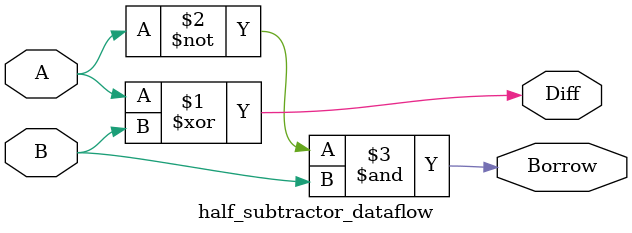
<source format=v>
module half_subtractor_dataflow(input A, input B, output Diff, output Borrow);
    assign Diff = A ^ B;
    assign Borrow = (~A) & B;
endmodule

</source>
